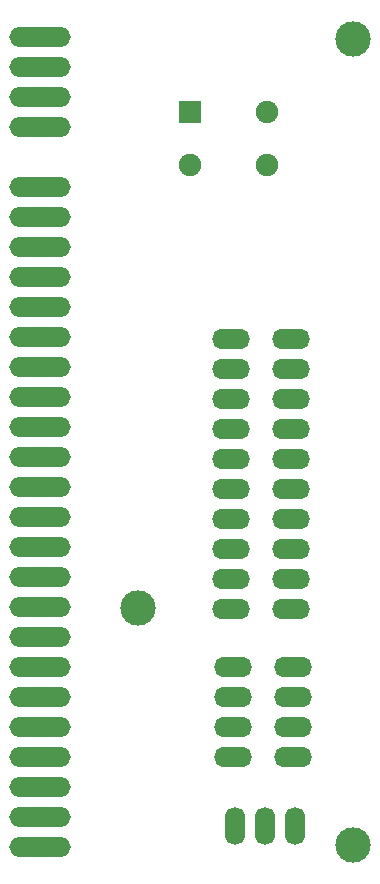
<source format=gbr>
G04 DipTrace 3.2.0.1*
G04 BottomMask.gbr*
%MOIN*%
G04 #@! TF.FileFunction,Soldermask,Bot*
G04 #@! TF.Part,Single*
%AMOUTLINE4*
4,1,4,
-0.037402,-0.037402,
-0.037402,0.037402,
0.037402,0.037402,
0.037402,-0.037402,
-0.037402,-0.037402,
0*%
%ADD22C,0.11811*%
%ADD28C,0.074803*%
%ADD30O,0.066929X0.125984*%
%ADD32O,0.125984X0.066929*%
%ADD34O,0.204724X0.066929*%
%ADD46OUTLINE4*%
%FSLAX26Y26*%
G04*
G70*
G90*
G75*
G01*
G04 BotMask*
%LPD*%
D34*
X557228Y521478D3*
Y621478D3*
Y721478D3*
Y821478D3*
Y921478D3*
Y1021478D3*
Y1121478D3*
Y1221478D3*
Y1321478D3*
Y1421478D3*
Y1521478D3*
Y1621478D3*
Y1721478D3*
Y1821478D3*
Y1921478D3*
Y2021478D3*
Y2121478D3*
Y2221478D3*
Y2321478D3*
Y2421478D3*
Y2521478D3*
Y2621478D3*
Y2721478D3*
Y2921478D3*
Y3021478D3*
Y3121478D3*
Y3221478D3*
D22*
X1601047Y528003D3*
X885827Y1318898D3*
X1601684Y3215559D3*
D32*
X1194840Y1815367D3*
D30*
X1407318Y590496D3*
X1307328D3*
X1207339D3*
D32*
X1401408Y1121815D3*
X1201388D3*
X1401408Y1021804D3*
X1201388D3*
X1401408Y921794D3*
X1201388D3*
X1401408Y821783D3*
X1201388D3*
X1194801Y1315252D3*
X1394819Y2215346D3*
X1194799D3*
X1394819Y2115336D3*
X1194799D3*
X1394819Y2015325D3*
X1194799D3*
X1394819Y1915315D3*
X1194799D3*
X1394819Y1815304D3*
Y1715294D3*
X1194799D3*
X1394819Y1615283D3*
X1194799D3*
X1394819Y1515273D3*
X1194799D3*
X1394819Y1415262D3*
X1194799D3*
X1394819Y1315252D3*
D46*
X1057354Y2971496D3*
D28*
Y2794331D3*
X1313260D3*
Y2971496D3*
M02*

</source>
